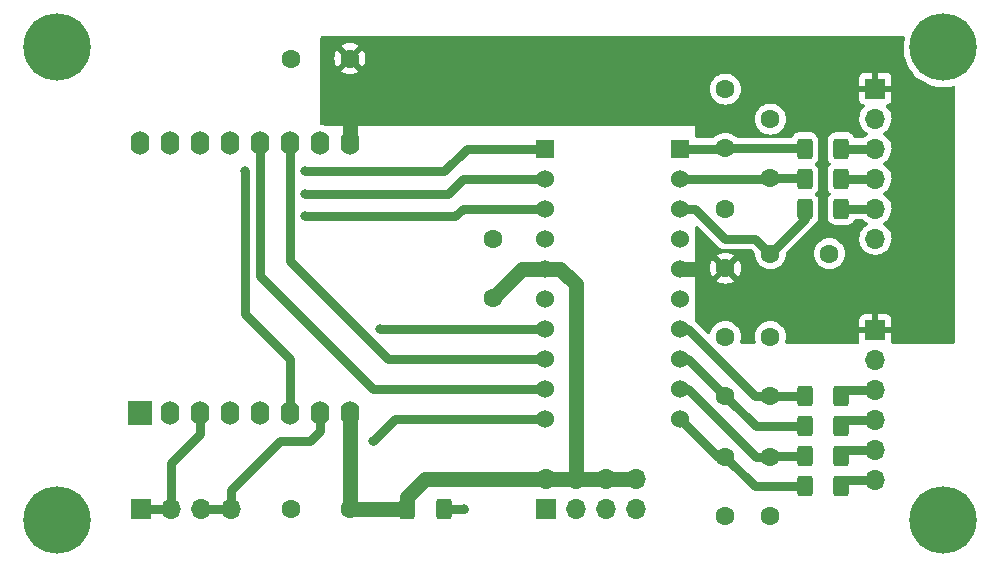
<source format=gtl>
G04 #@! TF.GenerationSoftware,KiCad,Pcbnew,6.0.11-2627ca5db0~126~ubuntu22.04.1*
G04 #@! TF.CreationDate,2023-04-26T19:26:48+03:00*
G04 #@! TF.ProjectId,layzspa-wifi-remote,6c61797a-7370-4612-9d77-6966692d7265,rev?*
G04 #@! TF.SameCoordinates,Original*
G04 #@! TF.FileFunction,Copper,L1,Top*
G04 #@! TF.FilePolarity,Positive*
%FSLAX46Y46*%
G04 Gerber Fmt 4.6, Leading zero omitted, Abs format (unit mm)*
G04 Created by KiCad (PCBNEW 6.0.11-2627ca5db0~126~ubuntu22.04.1) date 2023-04-26 19:26:48*
%MOMM*%
%LPD*%
G01*
G04 APERTURE LIST*
G04 Aperture macros list*
%AMRoundRect*
0 Rectangle with rounded corners*
0 $1 Rounding radius*
0 $2 $3 $4 $5 $6 $7 $8 $9 X,Y pos of 4 corners*
0 Add a 4 corners polygon primitive as box body*
4,1,4,$2,$3,$4,$5,$6,$7,$8,$9,$2,$3,0*
0 Add four circle primitives for the rounded corners*
1,1,$1+$1,$2,$3*
1,1,$1+$1,$4,$5*
1,1,$1+$1,$6,$7*
1,1,$1+$1,$8,$9*
0 Add four rect primitives between the rounded corners*
20,1,$1+$1,$2,$3,$4,$5,0*
20,1,$1+$1,$4,$5,$6,$7,0*
20,1,$1+$1,$6,$7,$8,$9,0*
20,1,$1+$1,$8,$9,$2,$3,0*%
G04 Aperture macros list end*
G04 #@! TA.AperFunction,ComponentPad*
%ADD10R,1.700000X1.700000*%
G04 #@! TD*
G04 #@! TA.AperFunction,ComponentPad*
%ADD11O,1.700000X1.700000*%
G04 #@! TD*
G04 #@! TA.AperFunction,ComponentPad*
%ADD12R,2.000000X2.000000*%
G04 #@! TD*
G04 #@! TA.AperFunction,ComponentPad*
%ADD13O,1.600000X2.000000*%
G04 #@! TD*
G04 #@! TA.AperFunction,SMDPad,CuDef*
%ADD14RoundRect,0.250000X-0.400000X-0.625000X0.400000X-0.625000X0.400000X0.625000X-0.400000X0.625000X0*%
G04 #@! TD*
G04 #@! TA.AperFunction,ComponentPad*
%ADD15C,1.600000*%
G04 #@! TD*
G04 #@! TA.AperFunction,SMDPad,CuDef*
%ADD16RoundRect,0.250000X0.400000X0.625000X-0.400000X0.625000X-0.400000X-0.625000X0.400000X-0.625000X0*%
G04 #@! TD*
G04 #@! TA.AperFunction,ComponentPad*
%ADD17C,3.600000*%
G04 #@! TD*
G04 #@! TA.AperFunction,ConnectorPad*
%ADD18C,5.700000*%
G04 #@! TD*
G04 #@! TA.AperFunction,ComponentPad*
%ADD19C,1.524000*%
G04 #@! TD*
G04 #@! TA.AperFunction,ComponentPad*
%ADD20R,1.524000X1.524000*%
G04 #@! TD*
G04 #@! TA.AperFunction,ViaPad*
%ADD21C,0.800000*%
G04 #@! TD*
G04 #@! TA.AperFunction,Conductor*
%ADD22C,0.750000*%
G04 #@! TD*
G04 #@! TA.AperFunction,Conductor*
%ADD23C,1.250000*%
G04 #@! TD*
G04 APERTURE END LIST*
D10*
X107950000Y-54760000D03*
D11*
X107950000Y-57300000D03*
X107950000Y-59840000D03*
X107950000Y-62380000D03*
X107950000Y-64920000D03*
X107950000Y-67460000D03*
D12*
X45720000Y-61745000D03*
D13*
X48260000Y-61745000D03*
X50800000Y-61745000D03*
X53340000Y-61745000D03*
X55880000Y-61745000D03*
X58420000Y-61745000D03*
X60960000Y-61745000D03*
X63500000Y-61745000D03*
X63500000Y-38885000D03*
X60960000Y-38885000D03*
X58420000Y-38885000D03*
X55880000Y-38885000D03*
X53340000Y-38885000D03*
X50800000Y-38885000D03*
X48260000Y-38885000D03*
X45720000Y-38885000D03*
D14*
X68300000Y-69850000D03*
X71400000Y-69850000D03*
D15*
X99060000Y-48260000D03*
X104060000Y-48260000D03*
D16*
X105055000Y-44450000D03*
X101955000Y-44450000D03*
D15*
X95250000Y-39330000D03*
X95250000Y-34330000D03*
X63460000Y-31750000D03*
X58460000Y-31750000D03*
D17*
X113700000Y-70800000D03*
D18*
X113700000Y-70800000D03*
D19*
X80010000Y-52070000D03*
X91440000Y-52070000D03*
X91440000Y-49530000D03*
D20*
X91440000Y-39370000D03*
D19*
X91440000Y-41910000D03*
X91440000Y-44450000D03*
X91440000Y-46990000D03*
X91440000Y-54610000D03*
X91440000Y-57150000D03*
X91440000Y-59690000D03*
X91440000Y-62230000D03*
X80010000Y-49530000D03*
D20*
X80010000Y-39370000D03*
D19*
X80010000Y-41910000D03*
X80010000Y-44450000D03*
X80010000Y-46990000D03*
X80010000Y-54610000D03*
X80010000Y-57150000D03*
X80010000Y-59690000D03*
X80010000Y-62230000D03*
D16*
X105055000Y-65405000D03*
X101955000Y-65405000D03*
D15*
X95250000Y-65445000D03*
X95250000Y-70445000D03*
X99060000Y-65445000D03*
X99060000Y-70445000D03*
X99060000Y-60285000D03*
X99060000Y-55285000D03*
D18*
X38700000Y-30800000D03*
D17*
X38700000Y-30800000D03*
D18*
X113700000Y-30800000D03*
D17*
X113700000Y-30800000D03*
D16*
X105055000Y-60325000D03*
X101955000Y-60325000D03*
D10*
X107950000Y-34290000D03*
D11*
X107950000Y-36830000D03*
X107950000Y-39370000D03*
X107950000Y-41910000D03*
X107950000Y-44450000D03*
X107950000Y-46990000D03*
D16*
X105055000Y-67945000D03*
X101955000Y-67945000D03*
D15*
X75565000Y-52030000D03*
X75565000Y-47030000D03*
X63460000Y-69850000D03*
X58460000Y-69850000D03*
D16*
X105055000Y-62865000D03*
X101955000Y-62865000D03*
D10*
X45730000Y-69850000D03*
D11*
X48270000Y-69850000D03*
X50810000Y-69850000D03*
X53350000Y-69850000D03*
D10*
X80020000Y-69855000D03*
D11*
X80020000Y-67315000D03*
X82560000Y-69855000D03*
X82560000Y-67315000D03*
X85100000Y-69855000D03*
X85100000Y-67315000D03*
X87640000Y-69855000D03*
X87640000Y-67315000D03*
D16*
X105055000Y-39370000D03*
X101955000Y-39370000D03*
X105055000Y-41910000D03*
X101955000Y-41910000D03*
D15*
X95250000Y-49490000D03*
X95250000Y-44490000D03*
X99060000Y-41870000D03*
X99060000Y-36870000D03*
X95250000Y-60285000D03*
X95250000Y-55285000D03*
D17*
X38700000Y-70800000D03*
D18*
X38700000Y-70800000D03*
D21*
X59690000Y-41275000D03*
X54610000Y-41275000D03*
X73152000Y-69850000D03*
X66040000Y-54610000D03*
X65405000Y-64135000D03*
X59690000Y-43180000D03*
X59690000Y-45085000D03*
D22*
X101955000Y-44450000D02*
X101955000Y-45365000D01*
X101955000Y-45365000D02*
X99060000Y-48260000D01*
X91440000Y-44450000D02*
X92670228Y-44450000D01*
X92670228Y-44450000D02*
X95210228Y-46990000D01*
X95210228Y-46990000D02*
X97790000Y-46990000D01*
X97790000Y-46990000D02*
X99060000Y-48260000D01*
X53350000Y-69850000D02*
X53350000Y-68316000D01*
X57531000Y-64135000D02*
X60071000Y-64135000D01*
X53350000Y-68316000D02*
X57531000Y-64135000D01*
X60071000Y-64135000D02*
X60960000Y-63246000D01*
X60960000Y-63246000D02*
X60960000Y-61745000D01*
X59690000Y-45085000D02*
X72390000Y-45085000D01*
X72390000Y-45085000D02*
X73025000Y-44450000D01*
X73025000Y-44450000D02*
X80010000Y-44450000D01*
X59690000Y-41275000D02*
X71437500Y-41275000D01*
X71437500Y-41275000D02*
X73342500Y-39370000D01*
X73342500Y-39370000D02*
X80010000Y-39370000D01*
X59690000Y-43180000D02*
X71755000Y-43180000D01*
X71755000Y-43180000D02*
X73025000Y-41910000D01*
X73025000Y-41910000D02*
X80010000Y-41910000D01*
X58420000Y-57150000D02*
X54610000Y-53340000D01*
X54610000Y-53340000D02*
X54610000Y-41275000D01*
D23*
X63500000Y-38885000D02*
X63500000Y-36830000D01*
X91440000Y-49530000D02*
X92710000Y-49530000D01*
D22*
X71400000Y-69850000D02*
X73152000Y-69850000D01*
D23*
X68300000Y-68860000D02*
X68300000Y-69850000D01*
X63460000Y-69850000D02*
X68300000Y-69850000D01*
X69850000Y-67310000D02*
X68300000Y-68860000D01*
X78065000Y-49530000D02*
X75565000Y-52030000D01*
X63500000Y-61745000D02*
X63500000Y-69810000D01*
X80010000Y-49530000D02*
X81280000Y-49530000D01*
X80010000Y-49530000D02*
X78065000Y-49530000D01*
X82560000Y-50810000D02*
X82560000Y-67315000D01*
X80015000Y-67310000D02*
X69850000Y-67310000D01*
X81280000Y-49530000D02*
X82560000Y-50810000D01*
X85100000Y-67315000D02*
X87640000Y-67315000D01*
X82560000Y-67315000D02*
X85100000Y-67315000D01*
X80020000Y-67315000D02*
X82560000Y-67315000D01*
X80020000Y-67315000D02*
X80015000Y-67310000D01*
D22*
X105055000Y-39370000D02*
X107950000Y-39370000D01*
X105055000Y-41910000D02*
X107950000Y-41910000D01*
X105055000Y-44450000D02*
X107950000Y-44450000D01*
X105540000Y-59840000D02*
X105055000Y-60325000D01*
X107950000Y-59840000D02*
X105540000Y-59840000D01*
X105540000Y-62380000D02*
X105055000Y-62865000D01*
X107950000Y-62380000D02*
X105540000Y-62380000D01*
X105540000Y-64920000D02*
X105055000Y-65405000D01*
X107950000Y-64920000D02*
X105540000Y-64920000D01*
X107950000Y-67460000D02*
X105540000Y-67460000D01*
X105540000Y-67460000D02*
X105055000Y-67945000D01*
X50800000Y-63500000D02*
X50800000Y-61745000D01*
X48270000Y-66030000D02*
X50800000Y-63500000D01*
X45730000Y-69850000D02*
X48270000Y-69850000D01*
X48270000Y-69850000D02*
X48270000Y-66030000D01*
X50810000Y-69850000D02*
X53350000Y-69850000D01*
X66040000Y-54610000D02*
X80010000Y-54610000D01*
X65405000Y-64135000D02*
X67310000Y-62230000D01*
X67310000Y-62230000D02*
X80010000Y-62230000D01*
X58420000Y-57150000D02*
X58420000Y-61745000D01*
X58420000Y-48895000D02*
X58420000Y-38885000D01*
X66675000Y-57150000D02*
X58420000Y-48895000D01*
X66675000Y-57150000D02*
X80010000Y-57150000D01*
X65405000Y-59690000D02*
X80010000Y-59690000D01*
X55880000Y-50165000D02*
X55880000Y-38885000D01*
X65405000Y-59690000D02*
X55880000Y-50165000D01*
X91440000Y-39370000D02*
X95210000Y-39370000D01*
X95210000Y-39370000D02*
X95250000Y-39330000D01*
X101915000Y-39330000D02*
X101955000Y-39370000D01*
X95250000Y-39330000D02*
X101915000Y-39330000D01*
X101915000Y-41870000D02*
X101955000Y-41910000D01*
X99020000Y-41910000D02*
X99060000Y-41870000D01*
X91440000Y-41910000D02*
X99020000Y-41910000D01*
X99060000Y-41870000D02*
X101915000Y-41870000D01*
X101955000Y-60325000D02*
X99100000Y-60325000D01*
X97750000Y-60285000D02*
X92075000Y-54610000D01*
X99060000Y-60285000D02*
X97750000Y-60285000D01*
X99100000Y-60325000D02*
X99060000Y-60285000D01*
X101955000Y-62865000D02*
X97830000Y-62865000D01*
X95250000Y-60285000D02*
X92115000Y-57150000D01*
X92115000Y-57150000D02*
X91440000Y-57150000D01*
X97830000Y-62865000D02*
X95250000Y-60285000D01*
X97830000Y-65445000D02*
X92075000Y-59690000D01*
X99060000Y-65445000D02*
X97830000Y-65445000D01*
X101955000Y-65405000D02*
X99100000Y-65405000D01*
X92075000Y-59690000D02*
X91440000Y-59690000D01*
X99100000Y-65405000D02*
X99060000Y-65445000D01*
X94655000Y-65445000D02*
X91440000Y-62230000D01*
X101955000Y-67945000D02*
X97750000Y-67945000D01*
X95250000Y-65445000D02*
X94655000Y-65445000D01*
X97750000Y-67945000D02*
X95250000Y-65445000D01*
G04 #@! TA.AperFunction,Conductor*
G36*
X110381592Y-29865002D02*
G01*
X110428085Y-29918658D01*
X110438189Y-29988932D01*
X110434770Y-30005096D01*
X110417569Y-30066290D01*
X110357528Y-30425082D01*
X110336587Y-30788259D01*
X110354992Y-31151574D01*
X110412527Y-31510777D01*
X110508519Y-31861664D01*
X110641845Y-32200133D01*
X110643428Y-32203148D01*
X110809362Y-32519206D01*
X110809367Y-32519214D01*
X110810946Y-32522222D01*
X110812840Y-32525040D01*
X110812845Y-32525049D01*
X111005419Y-32811628D01*
X111013843Y-32824165D01*
X111248163Y-33102428D01*
X111339960Y-33190151D01*
X111508702Y-33351405D01*
X111508709Y-33351411D01*
X111511165Y-33353758D01*
X111799771Y-33575214D01*
X111802689Y-33576988D01*
X112107692Y-33762433D01*
X112107697Y-33762436D01*
X112110607Y-33764205D01*
X112113695Y-33765651D01*
X112113694Y-33765651D01*
X112436952Y-33917077D01*
X112436962Y-33917081D01*
X112440036Y-33918521D01*
X112443254Y-33919623D01*
X112443257Y-33919624D01*
X112780981Y-34035253D01*
X112780989Y-34035255D01*
X112784204Y-34036356D01*
X113139084Y-34116332D01*
X113192123Y-34122375D01*
X113497144Y-34157128D01*
X113497152Y-34157128D01*
X113500527Y-34157513D01*
X113503931Y-34157531D01*
X113503934Y-34157531D01*
X113702058Y-34158568D01*
X113864303Y-34159418D01*
X113867689Y-34159068D01*
X113867691Y-34159068D01*
X114222765Y-34122375D01*
X114222774Y-34122374D01*
X114226157Y-34122024D01*
X114229490Y-34121310D01*
X114229493Y-34121309D01*
X114528588Y-34057188D01*
X114599388Y-34062467D01*
X114656095Y-34105184D01*
X114680705Y-34171779D01*
X114681000Y-34180389D01*
X114681000Y-55754000D01*
X114660998Y-55822121D01*
X114607342Y-55868614D01*
X114555000Y-55880000D01*
X109421716Y-55880000D01*
X109353595Y-55859998D01*
X109307102Y-55806342D01*
X109296998Y-55736068D01*
X109299133Y-55724856D01*
X109302105Y-55712356D01*
X109307631Y-55661486D01*
X109308000Y-55654672D01*
X109308000Y-55032115D01*
X109303525Y-55016876D01*
X109302135Y-55015671D01*
X109294452Y-55014000D01*
X106610116Y-55014000D01*
X106594877Y-55018475D01*
X106593672Y-55019865D01*
X106592001Y-55027548D01*
X106592001Y-55654669D01*
X106592371Y-55661490D01*
X106597894Y-55712347D01*
X106600868Y-55724854D01*
X106597166Y-55795754D01*
X106555720Y-55853398D01*
X106489689Y-55879483D01*
X106478285Y-55880000D01*
X100419435Y-55880000D01*
X100351314Y-55859998D01*
X100304821Y-55806342D01*
X100294717Y-55736068D01*
X100297726Y-55721396D01*
X100353543Y-55513087D01*
X100373498Y-55285000D01*
X100353543Y-55056913D01*
X100351307Y-55048568D01*
X100295707Y-54841067D01*
X100295706Y-54841065D01*
X100294284Y-54835757D01*
X100291961Y-54830775D01*
X100199849Y-54633238D01*
X100199846Y-54633233D01*
X100197523Y-54628251D01*
X100102435Y-54492452D01*
X100099237Y-54487885D01*
X106592000Y-54487885D01*
X106596475Y-54503124D01*
X106597865Y-54504329D01*
X106605548Y-54506000D01*
X107677885Y-54506000D01*
X107693124Y-54501525D01*
X107694329Y-54500135D01*
X107696000Y-54492452D01*
X107696000Y-54487885D01*
X108204000Y-54487885D01*
X108208475Y-54503124D01*
X108209865Y-54504329D01*
X108217548Y-54506000D01*
X109289884Y-54506000D01*
X109305123Y-54501525D01*
X109306328Y-54500135D01*
X109307999Y-54492452D01*
X109307999Y-53865331D01*
X109307629Y-53858510D01*
X109302105Y-53807648D01*
X109298479Y-53792396D01*
X109253324Y-53671946D01*
X109244786Y-53656351D01*
X109168285Y-53554276D01*
X109155724Y-53541715D01*
X109053649Y-53465214D01*
X109038054Y-53456676D01*
X108917606Y-53411522D01*
X108902351Y-53407895D01*
X108851486Y-53402369D01*
X108844672Y-53402000D01*
X108222115Y-53402000D01*
X108206876Y-53406475D01*
X108205671Y-53407865D01*
X108204000Y-53415548D01*
X108204000Y-54487885D01*
X107696000Y-54487885D01*
X107696000Y-53420116D01*
X107691525Y-53404877D01*
X107690135Y-53403672D01*
X107682452Y-53402001D01*
X107055331Y-53402001D01*
X107048510Y-53402371D01*
X106997648Y-53407895D01*
X106982396Y-53411521D01*
X106861946Y-53456676D01*
X106846351Y-53465214D01*
X106744276Y-53541715D01*
X106731715Y-53554276D01*
X106655214Y-53656351D01*
X106646676Y-53671946D01*
X106601522Y-53792394D01*
X106597895Y-53807649D01*
X106592369Y-53858514D01*
X106592000Y-53865328D01*
X106592000Y-54487885D01*
X100099237Y-54487885D01*
X100069357Y-54445211D01*
X100069355Y-54445208D01*
X100066198Y-54440700D01*
X99904300Y-54278802D01*
X99899792Y-54275645D01*
X99899789Y-54275643D01*
X99821611Y-54220902D01*
X99716749Y-54147477D01*
X99711767Y-54145154D01*
X99711762Y-54145151D01*
X99514225Y-54053039D01*
X99514224Y-54053039D01*
X99509243Y-54050716D01*
X99503935Y-54049294D01*
X99503933Y-54049293D01*
X99293402Y-53992881D01*
X99293400Y-53992881D01*
X99288087Y-53991457D01*
X99060000Y-53971502D01*
X98831913Y-53991457D01*
X98826600Y-53992881D01*
X98826598Y-53992881D01*
X98616067Y-54049293D01*
X98616065Y-54049294D01*
X98610757Y-54050716D01*
X98605776Y-54053039D01*
X98605775Y-54053039D01*
X98408238Y-54145151D01*
X98408233Y-54145154D01*
X98403251Y-54147477D01*
X98298389Y-54220902D01*
X98220211Y-54275643D01*
X98220208Y-54275645D01*
X98215700Y-54278802D01*
X98053802Y-54440700D01*
X98050645Y-54445208D01*
X98050643Y-54445211D01*
X98017565Y-54492452D01*
X97922477Y-54628251D01*
X97920154Y-54633233D01*
X97920151Y-54633238D01*
X97828039Y-54830775D01*
X97825716Y-54835757D01*
X97824294Y-54841065D01*
X97824293Y-54841067D01*
X97768693Y-55048568D01*
X97766457Y-55056913D01*
X97746502Y-55285000D01*
X97766457Y-55513087D01*
X97822272Y-55721390D01*
X97820582Y-55792365D01*
X97780788Y-55851161D01*
X97715524Y-55879109D01*
X97700565Y-55880000D01*
X96609435Y-55880000D01*
X96541314Y-55859998D01*
X96494821Y-55806342D01*
X96484717Y-55736068D01*
X96487726Y-55721396D01*
X96543543Y-55513087D01*
X96563498Y-55285000D01*
X96543543Y-55056913D01*
X96541307Y-55048568D01*
X96485707Y-54841067D01*
X96485706Y-54841065D01*
X96484284Y-54835757D01*
X96481961Y-54830775D01*
X96389849Y-54633238D01*
X96389846Y-54633233D01*
X96387523Y-54628251D01*
X96292435Y-54492452D01*
X96259357Y-54445211D01*
X96259355Y-54445208D01*
X96256198Y-54440700D01*
X96094300Y-54278802D01*
X96089792Y-54275645D01*
X96089789Y-54275643D01*
X96011611Y-54220902D01*
X95906749Y-54147477D01*
X95901767Y-54145154D01*
X95901762Y-54145151D01*
X95704225Y-54053039D01*
X95704224Y-54053039D01*
X95699243Y-54050716D01*
X95693935Y-54049294D01*
X95693933Y-54049293D01*
X95483402Y-53992881D01*
X95483400Y-53992881D01*
X95478087Y-53991457D01*
X95250000Y-53971502D01*
X95021913Y-53991457D01*
X95016600Y-53992881D01*
X95016598Y-53992881D01*
X94806067Y-54049293D01*
X94806065Y-54049294D01*
X94800757Y-54050716D01*
X94795776Y-54053039D01*
X94795775Y-54053039D01*
X94598238Y-54145151D01*
X94598233Y-54145154D01*
X94593251Y-54147477D01*
X94488389Y-54220902D01*
X94410211Y-54275643D01*
X94410208Y-54275645D01*
X94405700Y-54278802D01*
X94243802Y-54440700D01*
X94240645Y-54445208D01*
X94240643Y-54445211D01*
X94207565Y-54492452D01*
X94112477Y-54628251D01*
X94110154Y-54633233D01*
X94110151Y-54633238D01*
X94018039Y-54830775D01*
X94015716Y-54835757D01*
X94014294Y-54841065D01*
X94014293Y-54841067D01*
X93973828Y-54992084D01*
X93936876Y-55052707D01*
X93873015Y-55083728D01*
X93802521Y-55075300D01*
X93763026Y-55048568D01*
X92746905Y-54032447D01*
X92712879Y-53970135D01*
X92710000Y-53943352D01*
X92710000Y-52136693D01*
X92710479Y-52125712D01*
X92714874Y-52075475D01*
X92715353Y-52070000D01*
X92710479Y-52014288D01*
X92710000Y-52003307D01*
X92710000Y-50576062D01*
X94528493Y-50576062D01*
X94537789Y-50588077D01*
X94588994Y-50623931D01*
X94598489Y-50629414D01*
X94795947Y-50721490D01*
X94806239Y-50725236D01*
X95016688Y-50781625D01*
X95027481Y-50783528D01*
X95244525Y-50802517D01*
X95255475Y-50802517D01*
X95472519Y-50783528D01*
X95483312Y-50781625D01*
X95693761Y-50725236D01*
X95704053Y-50721490D01*
X95901511Y-50629414D01*
X95911006Y-50623931D01*
X95963048Y-50587491D01*
X95971424Y-50577012D01*
X95964356Y-50563566D01*
X95262812Y-49862022D01*
X95248868Y-49854408D01*
X95247035Y-49854539D01*
X95240420Y-49858790D01*
X94534923Y-50564287D01*
X94528493Y-50576062D01*
X92710000Y-50576062D01*
X92710000Y-49590954D01*
X92710479Y-49579972D01*
X92714372Y-49535475D01*
X92714372Y-49524525D01*
X92711830Y-49495475D01*
X93937483Y-49495475D01*
X93956472Y-49712519D01*
X93958375Y-49723312D01*
X94014764Y-49933761D01*
X94018510Y-49944053D01*
X94110586Y-50141511D01*
X94116069Y-50151006D01*
X94152509Y-50203048D01*
X94162988Y-50211424D01*
X94176434Y-50204356D01*
X94877978Y-49502812D01*
X94884356Y-49491132D01*
X95614408Y-49491132D01*
X95614539Y-49492965D01*
X95618790Y-49499580D01*
X96324287Y-50205077D01*
X96336062Y-50211507D01*
X96348077Y-50202211D01*
X96383931Y-50151006D01*
X96389414Y-50141511D01*
X96481490Y-49944053D01*
X96485236Y-49933761D01*
X96541625Y-49723312D01*
X96543528Y-49712519D01*
X96562517Y-49495475D01*
X96562517Y-49484525D01*
X96543528Y-49267481D01*
X96541625Y-49256688D01*
X96485236Y-49046239D01*
X96481490Y-49035947D01*
X96389414Y-48838489D01*
X96383931Y-48828994D01*
X96347491Y-48776952D01*
X96337012Y-48768576D01*
X96323566Y-48775644D01*
X95622022Y-49477188D01*
X95614408Y-49491132D01*
X94884356Y-49491132D01*
X94885592Y-49488868D01*
X94885461Y-49487035D01*
X94881210Y-49480420D01*
X94175713Y-48774923D01*
X94163938Y-48768493D01*
X94151923Y-48777789D01*
X94116069Y-48828994D01*
X94110586Y-48838489D01*
X94018510Y-49035947D01*
X94014764Y-49046239D01*
X93958375Y-49256688D01*
X93956472Y-49267481D01*
X93937483Y-49484525D01*
X93937483Y-49495475D01*
X92711830Y-49495475D01*
X92710479Y-49480028D01*
X92710000Y-49469046D01*
X92710000Y-48402988D01*
X94528576Y-48402988D01*
X94535644Y-48416434D01*
X95237188Y-49117978D01*
X95251132Y-49125592D01*
X95252965Y-49125461D01*
X95259580Y-49121210D01*
X95965077Y-48415713D01*
X95971507Y-48403938D01*
X95962211Y-48391923D01*
X95911006Y-48356069D01*
X95901511Y-48350586D01*
X95704053Y-48258510D01*
X95693761Y-48254764D01*
X95483312Y-48198375D01*
X95472519Y-48196472D01*
X95255475Y-48177483D01*
X95244525Y-48177483D01*
X95027481Y-48196472D01*
X95016688Y-48198375D01*
X94806239Y-48254764D01*
X94795947Y-48258510D01*
X94598489Y-48350586D01*
X94588994Y-48356069D01*
X94536952Y-48392509D01*
X94528576Y-48402988D01*
X92710000Y-48402988D01*
X92710000Y-47056693D01*
X92710479Y-47045712D01*
X92714874Y-46995475D01*
X92715353Y-46990000D01*
X92710479Y-46934288D01*
X92710000Y-46923307D01*
X92710000Y-46043420D01*
X92730002Y-45975299D01*
X92783658Y-45928806D01*
X92853932Y-45918702D01*
X92918512Y-45948196D01*
X92925095Y-45954325D01*
X94529316Y-47558546D01*
X94542153Y-47573574D01*
X94550043Y-47584434D01*
X94554953Y-47588855D01*
X94554954Y-47588856D01*
X94599412Y-47628886D01*
X94604197Y-47633427D01*
X94618242Y-47647472D01*
X94633686Y-47659979D01*
X94638692Y-47664255D01*
X94683147Y-47704282D01*
X94683151Y-47704285D01*
X94688059Y-47708704D01*
X94699679Y-47715413D01*
X94715965Y-47726607D01*
X94726388Y-47735047D01*
X94785579Y-47765206D01*
X94791363Y-47768347D01*
X94843179Y-47798263D01*
X94843181Y-47798264D01*
X94848897Y-47801564D01*
X94855173Y-47803603D01*
X94855177Y-47803605D01*
X94861649Y-47805708D01*
X94879911Y-47813272D01*
X94885980Y-47816364D01*
X94885984Y-47816366D01*
X94891865Y-47819362D01*
X94898236Y-47821069D01*
X94898241Y-47821071D01*
X94956031Y-47836555D01*
X94962350Y-47838427D01*
X95025526Y-47858954D01*
X95032097Y-47859645D01*
X95032098Y-47859645D01*
X95038863Y-47860356D01*
X95058297Y-47863958D01*
X95064867Y-47865718D01*
X95064874Y-47865719D01*
X95071256Y-47867429D01*
X95077854Y-47867775D01*
X95077855Y-47867775D01*
X95137574Y-47870905D01*
X95144150Y-47871422D01*
X95163922Y-47873500D01*
X95183802Y-47873500D01*
X95190396Y-47873673D01*
X95250129Y-47876804D01*
X95250134Y-47876804D01*
X95256721Y-47877149D01*
X95269968Y-47875051D01*
X95289678Y-47873500D01*
X97371852Y-47873500D01*
X97439973Y-47893502D01*
X97460947Y-47910405D01*
X97710107Y-48159565D01*
X97744133Y-48221877D01*
X97745869Y-48249018D01*
X97746981Y-48249018D01*
X97746981Y-48254525D01*
X97746502Y-48260000D01*
X97766457Y-48488087D01*
X97767881Y-48493400D01*
X97767881Y-48493402D01*
X97799910Y-48612933D01*
X97825716Y-48709243D01*
X97828039Y-48714224D01*
X97828039Y-48714225D01*
X97920151Y-48911762D01*
X97920154Y-48911767D01*
X97922477Y-48916749D01*
X98053802Y-49104300D01*
X98215700Y-49266198D01*
X98220208Y-49269355D01*
X98220211Y-49269357D01*
X98298389Y-49324098D01*
X98403251Y-49397523D01*
X98408233Y-49399846D01*
X98408238Y-49399849D01*
X98595106Y-49486986D01*
X98610757Y-49494284D01*
X98616065Y-49495706D01*
X98616067Y-49495707D01*
X98826598Y-49552119D01*
X98826600Y-49552119D01*
X98831913Y-49553543D01*
X99060000Y-49573498D01*
X99288087Y-49553543D01*
X99293400Y-49552119D01*
X99293402Y-49552119D01*
X99503933Y-49495707D01*
X99503935Y-49495706D01*
X99509243Y-49494284D01*
X99524894Y-49486986D01*
X99711762Y-49399849D01*
X99711767Y-49399846D01*
X99716749Y-49397523D01*
X99821611Y-49324098D01*
X99899789Y-49269357D01*
X99899792Y-49269355D01*
X99904300Y-49266198D01*
X100066198Y-49104300D01*
X100197523Y-48916749D01*
X100199846Y-48911767D01*
X100199849Y-48911762D01*
X100291961Y-48714225D01*
X100291961Y-48714224D01*
X100294284Y-48709243D01*
X100320091Y-48612933D01*
X100352119Y-48493402D01*
X100352119Y-48493400D01*
X100353543Y-48488087D01*
X100373498Y-48260000D01*
X102746502Y-48260000D01*
X102766457Y-48488087D01*
X102767881Y-48493400D01*
X102767881Y-48493402D01*
X102799910Y-48612933D01*
X102825716Y-48709243D01*
X102828039Y-48714224D01*
X102828039Y-48714225D01*
X102920151Y-48911762D01*
X102920154Y-48911767D01*
X102922477Y-48916749D01*
X103053802Y-49104300D01*
X103215700Y-49266198D01*
X103220208Y-49269355D01*
X103220211Y-49269357D01*
X103298389Y-49324098D01*
X103403251Y-49397523D01*
X103408233Y-49399846D01*
X103408238Y-49399849D01*
X103595106Y-49486986D01*
X103610757Y-49494284D01*
X103616065Y-49495706D01*
X103616067Y-49495707D01*
X103826598Y-49552119D01*
X103826600Y-49552119D01*
X103831913Y-49553543D01*
X104060000Y-49573498D01*
X104288087Y-49553543D01*
X104293400Y-49552119D01*
X104293402Y-49552119D01*
X104503933Y-49495707D01*
X104503935Y-49495706D01*
X104509243Y-49494284D01*
X104524894Y-49486986D01*
X104711762Y-49399849D01*
X104711767Y-49399846D01*
X104716749Y-49397523D01*
X104821611Y-49324098D01*
X104899789Y-49269357D01*
X104899792Y-49269355D01*
X104904300Y-49266198D01*
X105066198Y-49104300D01*
X105197523Y-48916749D01*
X105199846Y-48911767D01*
X105199849Y-48911762D01*
X105291961Y-48714225D01*
X105291961Y-48714224D01*
X105294284Y-48709243D01*
X105320091Y-48612933D01*
X105352119Y-48493402D01*
X105352119Y-48493400D01*
X105353543Y-48488087D01*
X105373498Y-48260000D01*
X105353543Y-48031913D01*
X105312071Y-47877137D01*
X105295707Y-47816067D01*
X105295706Y-47816065D01*
X105294284Y-47810757D01*
X105288458Y-47798263D01*
X105199849Y-47608238D01*
X105199846Y-47608233D01*
X105197523Y-47603251D01*
X105116023Y-47486857D01*
X105069357Y-47420211D01*
X105069355Y-47420208D01*
X105066198Y-47415700D01*
X104904300Y-47253802D01*
X104899792Y-47250645D01*
X104899789Y-47250643D01*
X104791112Y-47174547D01*
X104716749Y-47122477D01*
X104711767Y-47120154D01*
X104711762Y-47120151D01*
X104514225Y-47028039D01*
X104514224Y-47028039D01*
X104509243Y-47025716D01*
X104503935Y-47024294D01*
X104503933Y-47024293D01*
X104293402Y-46967881D01*
X104293400Y-46967881D01*
X104288087Y-46966457D01*
X104060000Y-46946502D01*
X103831913Y-46966457D01*
X103826600Y-46967881D01*
X103826598Y-46967881D01*
X103616067Y-47024293D01*
X103616065Y-47024294D01*
X103610757Y-47025716D01*
X103605776Y-47028039D01*
X103605775Y-47028039D01*
X103408238Y-47120151D01*
X103408233Y-47120154D01*
X103403251Y-47122477D01*
X103328888Y-47174547D01*
X103220211Y-47250643D01*
X103220208Y-47250645D01*
X103215700Y-47253802D01*
X103053802Y-47415700D01*
X103050645Y-47420208D01*
X103050643Y-47420211D01*
X103003977Y-47486857D01*
X102922477Y-47603251D01*
X102920154Y-47608233D01*
X102920151Y-47608238D01*
X102831542Y-47798263D01*
X102825716Y-47810757D01*
X102824294Y-47816065D01*
X102824293Y-47816067D01*
X102807929Y-47877137D01*
X102766457Y-48031913D01*
X102746502Y-48260000D01*
X100373498Y-48260000D01*
X100373019Y-48254525D01*
X100373019Y-48249018D01*
X100375580Y-48249018D01*
X100387508Y-48189938D01*
X100409893Y-48159565D01*
X102523546Y-46045912D01*
X102538574Y-46033075D01*
X102549434Y-46025185D01*
X102593886Y-45975816D01*
X102598427Y-45971031D01*
X102612472Y-45956986D01*
X102619590Y-45948196D01*
X102624969Y-45941554D01*
X102629253Y-45936538D01*
X102669283Y-45892080D01*
X102669287Y-45892075D01*
X102673704Y-45887169D01*
X102680411Y-45875552D01*
X102691609Y-45859259D01*
X102700047Y-45848839D01*
X102730213Y-45789637D01*
X102733345Y-45783868D01*
X102738710Y-45774577D01*
X102763287Y-45732007D01*
X102806101Y-45687864D01*
X102829348Y-45673478D01*
X102954305Y-45548303D01*
X103047115Y-45397738D01*
X103102797Y-45229861D01*
X103113500Y-45125400D01*
X103896500Y-45125400D01*
X103896837Y-45128646D01*
X103896837Y-45128650D01*
X103899704Y-45156277D01*
X103907474Y-45231166D01*
X103909655Y-45237702D01*
X103909655Y-45237704D01*
X103940377Y-45329789D01*
X103963450Y-45398946D01*
X104056522Y-45549348D01*
X104181697Y-45674305D01*
X104187927Y-45678145D01*
X104187928Y-45678146D01*
X104325090Y-45762694D01*
X104332262Y-45767115D01*
X104375222Y-45781364D01*
X104493611Y-45820632D01*
X104493613Y-45820632D01*
X104500139Y-45822797D01*
X104506975Y-45823497D01*
X104506978Y-45823498D01*
X104550031Y-45827909D01*
X104604600Y-45833500D01*
X105505400Y-45833500D01*
X105508646Y-45833163D01*
X105508650Y-45833163D01*
X105604308Y-45823238D01*
X105604312Y-45823237D01*
X105611166Y-45822526D01*
X105617702Y-45820345D01*
X105617704Y-45820345D01*
X105754886Y-45774577D01*
X105778946Y-45766550D01*
X105929348Y-45673478D01*
X106054305Y-45548303D01*
X106147115Y-45397738D01*
X106148795Y-45398774D01*
X106189121Y-45352969D01*
X106256405Y-45333500D01*
X106860357Y-45333500D01*
X106928478Y-45353502D01*
X106955589Y-45376998D01*
X106996250Y-45423938D01*
X107168126Y-45566632D01*
X107238595Y-45607811D01*
X107241445Y-45609476D01*
X107290169Y-45661114D01*
X107303240Y-45730897D01*
X107276509Y-45796669D01*
X107236055Y-45830027D01*
X107223607Y-45836507D01*
X107219474Y-45839610D01*
X107219471Y-45839612D01*
X107049100Y-45967530D01*
X107044965Y-45970635D01*
X107041393Y-45974373D01*
X106902568Y-46119645D01*
X106890629Y-46132138D01*
X106887715Y-46136410D01*
X106887714Y-46136411D01*
X106802556Y-46261249D01*
X106764743Y-46316680D01*
X106670688Y-46519305D01*
X106610989Y-46734570D01*
X106587251Y-46956695D01*
X106587548Y-46961848D01*
X106587548Y-46961851D01*
X106593011Y-47056590D01*
X106600110Y-47179715D01*
X106601247Y-47184761D01*
X106601248Y-47184767D01*
X106616806Y-47253802D01*
X106649222Y-47397639D01*
X106687461Y-47491811D01*
X106726867Y-47588856D01*
X106733266Y-47604616D01*
X106849987Y-47795088D01*
X106996250Y-47963938D01*
X107168126Y-48106632D01*
X107361000Y-48219338D01*
X107569692Y-48299030D01*
X107574760Y-48300061D01*
X107574763Y-48300062D01*
X107682017Y-48321883D01*
X107788597Y-48343567D01*
X107793772Y-48343757D01*
X107793774Y-48343757D01*
X108006673Y-48351564D01*
X108006677Y-48351564D01*
X108011837Y-48351753D01*
X108016957Y-48351097D01*
X108016959Y-48351097D01*
X108228288Y-48324025D01*
X108228289Y-48324025D01*
X108233416Y-48323368D01*
X108238366Y-48321883D01*
X108442429Y-48260661D01*
X108442434Y-48260659D01*
X108447384Y-48259174D01*
X108647994Y-48160896D01*
X108829860Y-48031173D01*
X108988096Y-47873489D01*
X108998541Y-47858954D01*
X109115435Y-47696277D01*
X109118453Y-47692077D01*
X109121087Y-47686749D01*
X109215136Y-47496453D01*
X109215137Y-47496451D01*
X109217430Y-47491811D01*
X109282370Y-47278069D01*
X109311529Y-47056590D01*
X109312227Y-47028039D01*
X109313074Y-46993365D01*
X109313074Y-46993361D01*
X109313156Y-46990000D01*
X109294852Y-46767361D01*
X109240431Y-46550702D01*
X109151354Y-46345840D01*
X109045193Y-46181740D01*
X109032822Y-46162617D01*
X109032820Y-46162614D01*
X109030014Y-46158277D01*
X108879670Y-45993051D01*
X108875619Y-45989852D01*
X108875615Y-45989848D01*
X108708414Y-45857800D01*
X108708410Y-45857798D01*
X108704359Y-45854598D01*
X108663053Y-45831796D01*
X108613084Y-45781364D01*
X108598312Y-45711921D01*
X108623428Y-45645516D01*
X108650780Y-45618909D01*
X108694603Y-45587650D01*
X108829860Y-45491173D01*
X108988096Y-45333489D01*
X109118453Y-45152077D01*
X109121087Y-45146749D01*
X109215136Y-44956453D01*
X109215137Y-44956451D01*
X109217430Y-44951811D01*
X109282370Y-44738069D01*
X109311529Y-44516590D01*
X109312179Y-44490000D01*
X109313074Y-44453365D01*
X109313074Y-44453361D01*
X109313156Y-44450000D01*
X109294852Y-44227361D01*
X109240431Y-44010702D01*
X109151354Y-43805840D01*
X109084149Y-43701957D01*
X109032822Y-43622617D01*
X109032820Y-43622614D01*
X109030014Y-43618277D01*
X108879670Y-43453051D01*
X108875619Y-43449852D01*
X108875615Y-43449848D01*
X108708414Y-43317800D01*
X108708410Y-43317798D01*
X108704359Y-43314598D01*
X108663053Y-43291796D01*
X108613084Y-43241364D01*
X108598312Y-43171921D01*
X108623428Y-43105516D01*
X108650780Y-43078909D01*
X108694603Y-43047650D01*
X108829860Y-42951173D01*
X108988096Y-42793489D01*
X109118453Y-42612077D01*
X109130032Y-42588650D01*
X109215136Y-42416453D01*
X109215137Y-42416451D01*
X109217430Y-42411811D01*
X109282370Y-42198069D01*
X109311529Y-41976590D01*
X109313156Y-41910000D01*
X109294852Y-41687361D01*
X109240431Y-41470702D01*
X109151354Y-41265840D01*
X109097206Y-41182140D01*
X109032822Y-41082617D01*
X109032820Y-41082614D01*
X109030014Y-41078277D01*
X108879670Y-40913051D01*
X108875619Y-40909852D01*
X108875615Y-40909848D01*
X108708414Y-40777800D01*
X108708410Y-40777798D01*
X108704359Y-40774598D01*
X108663053Y-40751796D01*
X108613084Y-40701364D01*
X108598312Y-40631921D01*
X108623428Y-40565516D01*
X108650780Y-40538909D01*
X108711972Y-40495261D01*
X108829860Y-40411173D01*
X108988096Y-40253489D01*
X109118453Y-40072077D01*
X109130032Y-40048650D01*
X109215136Y-39876453D01*
X109215137Y-39876451D01*
X109217430Y-39871811D01*
X109282370Y-39658069D01*
X109311529Y-39436590D01*
X109313156Y-39370000D01*
X109294852Y-39147361D01*
X109240431Y-38930702D01*
X109151354Y-38725840D01*
X109086087Y-38624953D01*
X109032822Y-38542617D01*
X109032820Y-38542614D01*
X109030014Y-38538277D01*
X108879670Y-38373051D01*
X108875619Y-38369852D01*
X108875615Y-38369848D01*
X108708414Y-38237800D01*
X108708410Y-38237798D01*
X108704359Y-38234598D01*
X108663053Y-38211796D01*
X108613084Y-38161364D01*
X108598312Y-38091921D01*
X108623428Y-38025516D01*
X108650780Y-37998909D01*
X108694603Y-37967650D01*
X108829860Y-37871173D01*
X108988096Y-37713489D01*
X109047594Y-37630689D01*
X109115435Y-37536277D01*
X109118453Y-37532077D01*
X109121087Y-37526749D01*
X109215136Y-37336453D01*
X109215137Y-37336451D01*
X109217430Y-37331811D01*
X109282370Y-37118069D01*
X109311529Y-36896590D01*
X109312179Y-36870000D01*
X109313074Y-36833365D01*
X109313074Y-36833361D01*
X109313156Y-36830000D01*
X109294852Y-36607361D01*
X109240431Y-36390702D01*
X109151354Y-36185840D01*
X109030014Y-35998277D01*
X109026540Y-35994459D01*
X109026533Y-35994450D01*
X108882435Y-35836088D01*
X108851383Y-35772242D01*
X108859779Y-35701744D01*
X108904956Y-35646976D01*
X108931400Y-35633307D01*
X109038052Y-35593325D01*
X109053649Y-35584786D01*
X109155724Y-35508285D01*
X109168285Y-35495724D01*
X109244786Y-35393649D01*
X109253324Y-35378054D01*
X109298478Y-35257606D01*
X109302105Y-35242351D01*
X109307631Y-35191486D01*
X109308000Y-35184672D01*
X109308000Y-34562115D01*
X109303525Y-34546876D01*
X109302135Y-34545671D01*
X109294452Y-34544000D01*
X106610116Y-34544000D01*
X106594877Y-34548475D01*
X106593672Y-34549865D01*
X106592001Y-34557548D01*
X106592001Y-35184669D01*
X106592371Y-35191490D01*
X106597895Y-35242352D01*
X106601521Y-35257604D01*
X106646676Y-35378054D01*
X106655214Y-35393649D01*
X106731715Y-35495724D01*
X106744276Y-35508285D01*
X106846351Y-35584786D01*
X106861946Y-35593324D01*
X106970827Y-35634142D01*
X107027591Y-35676784D01*
X107052291Y-35743345D01*
X107037083Y-35812694D01*
X107017691Y-35839175D01*
X106997176Y-35860643D01*
X106890629Y-35972138D01*
X106764743Y-36156680D01*
X106670688Y-36359305D01*
X106610989Y-36574570D01*
X106587251Y-36796695D01*
X106587548Y-36801848D01*
X106587548Y-36801851D01*
X106593011Y-36896590D01*
X106600110Y-37019715D01*
X106601247Y-37024761D01*
X106601248Y-37024767D01*
X106616537Y-37092607D01*
X106649222Y-37237639D01*
X106733266Y-37444616D01*
X106849987Y-37635088D01*
X106996250Y-37803938D01*
X107168126Y-37946632D01*
X107236929Y-37986837D01*
X107241445Y-37989476D01*
X107290169Y-38041114D01*
X107303240Y-38110897D01*
X107276509Y-38176669D01*
X107236055Y-38210027D01*
X107223607Y-38216507D01*
X107219474Y-38219610D01*
X107219471Y-38219612D01*
X107049100Y-38347530D01*
X107044965Y-38350635D01*
X106972469Y-38426498D01*
X106952350Y-38447551D01*
X106890826Y-38482981D01*
X106861256Y-38486500D01*
X106256387Y-38486500D01*
X106188266Y-38466498D01*
X106147816Y-38420270D01*
X106146550Y-38421054D01*
X106086368Y-38323802D01*
X106053478Y-38270652D01*
X105928303Y-38145695D01*
X105897387Y-38126638D01*
X105783968Y-38056725D01*
X105783966Y-38056724D01*
X105777738Y-38052885D01*
X105631457Y-38004366D01*
X105616389Y-37999368D01*
X105616387Y-37999368D01*
X105609861Y-37997203D01*
X105603025Y-37996503D01*
X105603022Y-37996502D01*
X105559969Y-37992091D01*
X105505400Y-37986500D01*
X104604600Y-37986500D01*
X104601354Y-37986837D01*
X104601350Y-37986837D01*
X104505692Y-37996762D01*
X104505688Y-37996763D01*
X104498834Y-37997474D01*
X104492298Y-37999655D01*
X104492296Y-37999655D01*
X104414782Y-38025516D01*
X104331054Y-38053450D01*
X104180652Y-38146522D01*
X104175479Y-38151704D01*
X104144219Y-38183019D01*
X104055695Y-38271697D01*
X104051855Y-38277927D01*
X104051854Y-38277928D01*
X103968692Y-38412842D01*
X103962885Y-38422262D01*
X103960581Y-38429209D01*
X103929608Y-38522591D01*
X103907203Y-38590139D01*
X103896500Y-38694600D01*
X103896500Y-40045400D01*
X103896837Y-40048646D01*
X103896837Y-40048650D01*
X103899704Y-40076277D01*
X103907474Y-40151166D01*
X103909655Y-40157702D01*
X103909655Y-40157704D01*
X103940583Y-40250405D01*
X103963450Y-40318946D01*
X104056522Y-40469348D01*
X104061704Y-40474521D01*
X104138109Y-40550793D01*
X104172188Y-40613076D01*
X104167185Y-40683896D01*
X104138264Y-40728984D01*
X104055695Y-40811697D01*
X104051855Y-40817927D01*
X104051854Y-40817928D01*
X103968692Y-40952842D01*
X103962885Y-40962262D01*
X103907203Y-41130139D01*
X103896500Y-41234600D01*
X103896500Y-42585400D01*
X103896837Y-42588646D01*
X103896837Y-42588650D01*
X103899704Y-42616277D01*
X103907474Y-42691166D01*
X103909655Y-42697702D01*
X103909655Y-42697704D01*
X103940583Y-42790405D01*
X103963450Y-42858946D01*
X104056522Y-43009348D01*
X104061704Y-43014521D01*
X104138109Y-43090793D01*
X104172188Y-43153076D01*
X104167185Y-43223896D01*
X104138264Y-43268984D01*
X104055695Y-43351697D01*
X104051855Y-43357927D01*
X104051854Y-43357928D01*
X103995194Y-43449848D01*
X103962885Y-43502262D01*
X103960581Y-43509209D01*
X103916602Y-43641803D01*
X103907203Y-43670139D01*
X103896500Y-43774600D01*
X103896500Y-45125400D01*
X103113500Y-45125400D01*
X103113500Y-43774600D01*
X103109007Y-43731296D01*
X103103238Y-43675692D01*
X103103237Y-43675688D01*
X103102526Y-43668834D01*
X103092385Y-43638436D01*
X103048868Y-43508002D01*
X103046550Y-43501054D01*
X102953478Y-43350652D01*
X102871891Y-43269207D01*
X102837812Y-43206924D01*
X102842815Y-43136104D01*
X102871736Y-43091016D01*
X102893239Y-43069476D01*
X102954305Y-43008303D01*
X103047115Y-42857738D01*
X103081689Y-42753500D01*
X103100632Y-42696389D01*
X103100632Y-42696387D01*
X103102797Y-42689861D01*
X103113500Y-42585400D01*
X103113500Y-41234600D01*
X103102526Y-41128834D01*
X103084385Y-41074457D01*
X103055039Y-40986500D01*
X103046550Y-40961054D01*
X102953478Y-40810652D01*
X102871891Y-40729207D01*
X102837812Y-40666924D01*
X102842815Y-40596104D01*
X102871736Y-40551016D01*
X102893239Y-40529476D01*
X102954305Y-40468303D01*
X103047115Y-40317738D01*
X103102797Y-40149861D01*
X103113500Y-40045400D01*
X103113500Y-38694600D01*
X103102526Y-38588834D01*
X103092862Y-38559866D01*
X103055039Y-38446500D01*
X103046550Y-38421054D01*
X102953478Y-38270652D01*
X102828303Y-38145695D01*
X102797387Y-38126638D01*
X102683968Y-38056725D01*
X102683966Y-38056724D01*
X102677738Y-38052885D01*
X102531457Y-38004366D01*
X102516389Y-37999368D01*
X102516387Y-37999368D01*
X102509861Y-37997203D01*
X102503025Y-37996503D01*
X102503022Y-37996502D01*
X102459969Y-37992091D01*
X102405400Y-37986500D01*
X101504600Y-37986500D01*
X101501354Y-37986837D01*
X101501350Y-37986837D01*
X101405692Y-37996762D01*
X101405688Y-37996763D01*
X101398834Y-37997474D01*
X101392298Y-37999655D01*
X101392296Y-37999655D01*
X101314782Y-38025516D01*
X101231054Y-38053450D01*
X101080652Y-38146522D01*
X101075479Y-38151704D01*
X101044219Y-38183019D01*
X100955695Y-38271697D01*
X100893220Y-38373051D01*
X100884858Y-38386616D01*
X100832086Y-38434109D01*
X100777598Y-38446500D01*
X96269188Y-38446500D01*
X96201067Y-38426498D01*
X96180093Y-38409595D01*
X96094300Y-38323802D01*
X96089792Y-38320645D01*
X96089789Y-38320643D01*
X96011006Y-38265479D01*
X95906749Y-38192477D01*
X95901767Y-38190154D01*
X95901762Y-38190151D01*
X95704225Y-38098039D01*
X95704224Y-38098039D01*
X95699243Y-38095716D01*
X95693935Y-38094294D01*
X95693933Y-38094293D01*
X95483402Y-38037881D01*
X95483400Y-38037881D01*
X95478087Y-38036457D01*
X95250000Y-38016502D01*
X95021913Y-38036457D01*
X95016600Y-38037881D01*
X95016598Y-38037881D01*
X94806067Y-38094293D01*
X94806065Y-38094294D01*
X94800757Y-38095716D01*
X94795776Y-38098039D01*
X94795775Y-38098039D01*
X94598238Y-38190151D01*
X94598233Y-38190154D01*
X94593251Y-38192477D01*
X94488994Y-38265479D01*
X94410211Y-38320643D01*
X94410208Y-38320645D01*
X94405700Y-38323802D01*
X94279907Y-38449595D01*
X94217595Y-38483621D01*
X94190812Y-38486500D01*
X92836000Y-38486500D01*
X92767879Y-38466498D01*
X92721386Y-38412842D01*
X92710000Y-38360500D01*
X92710000Y-37465000D01*
X64006627Y-37465000D01*
X63959530Y-37454559D01*
X63959226Y-37455393D01*
X63943761Y-37449764D01*
X63771497Y-37403606D01*
X63757401Y-37403942D01*
X63754000Y-37411884D01*
X63754000Y-37465000D01*
X63246000Y-37465000D01*
X63246000Y-37417033D01*
X63242027Y-37403502D01*
X63233478Y-37402273D01*
X63056239Y-37449764D01*
X63040774Y-37455393D01*
X63040470Y-37454559D01*
X62993373Y-37465000D01*
X61467809Y-37465000D01*
X61419619Y-37454316D01*
X61419398Y-37454922D01*
X61414796Y-37453247D01*
X61414557Y-37453194D01*
X61414225Y-37453039D01*
X61414224Y-37453039D01*
X61409243Y-37450716D01*
X61403935Y-37449294D01*
X61403933Y-37449293D01*
X61193402Y-37392881D01*
X61193400Y-37392881D01*
X61188087Y-37391457D01*
X61182611Y-37390978D01*
X61182606Y-37390977D01*
X61101467Y-37383879D01*
X61075018Y-37381565D01*
X61008900Y-37355702D01*
X60967261Y-37298198D01*
X60960000Y-37256044D01*
X60960000Y-36870000D01*
X97746502Y-36870000D01*
X97766457Y-37098087D01*
X97767881Y-37103400D01*
X97767881Y-37103402D01*
X97805133Y-37242425D01*
X97825716Y-37319243D01*
X97828039Y-37324224D01*
X97828039Y-37324225D01*
X97920151Y-37521762D01*
X97920154Y-37521767D01*
X97922477Y-37526749D01*
X98053802Y-37714300D01*
X98215700Y-37876198D01*
X98220208Y-37879355D01*
X98220211Y-37879357D01*
X98298389Y-37934098D01*
X98403251Y-38007523D01*
X98408233Y-38009846D01*
X98408238Y-38009849D01*
X98605775Y-38101961D01*
X98610757Y-38104284D01*
X98616065Y-38105706D01*
X98616067Y-38105707D01*
X98826598Y-38162119D01*
X98826600Y-38162119D01*
X98831913Y-38163543D01*
X99060000Y-38183498D01*
X99288087Y-38163543D01*
X99293400Y-38162119D01*
X99293402Y-38162119D01*
X99503933Y-38105707D01*
X99503935Y-38105706D01*
X99509243Y-38104284D01*
X99514225Y-38101961D01*
X99711762Y-38009849D01*
X99711767Y-38009846D01*
X99716749Y-38007523D01*
X99821611Y-37934098D01*
X99899789Y-37879357D01*
X99899792Y-37879355D01*
X99904300Y-37876198D01*
X100066198Y-37714300D01*
X100197523Y-37526749D01*
X100199846Y-37521767D01*
X100199849Y-37521762D01*
X100291961Y-37324225D01*
X100291961Y-37324224D01*
X100294284Y-37319243D01*
X100314868Y-37242425D01*
X100352119Y-37103402D01*
X100352119Y-37103400D01*
X100353543Y-37098087D01*
X100373498Y-36870000D01*
X100353543Y-36641913D01*
X100336875Y-36579707D01*
X100295707Y-36426067D01*
X100295706Y-36426065D01*
X100294284Y-36420757D01*
X100278055Y-36385954D01*
X100199849Y-36218238D01*
X100199846Y-36218233D01*
X100197523Y-36213251D01*
X100066198Y-36025700D01*
X99904300Y-35863802D01*
X99899792Y-35860645D01*
X99899789Y-35860643D01*
X99773539Y-35772242D01*
X99716749Y-35732477D01*
X99711767Y-35730154D01*
X99711762Y-35730151D01*
X99514225Y-35638039D01*
X99514224Y-35638039D01*
X99509243Y-35635716D01*
X99503935Y-35634294D01*
X99503933Y-35634293D01*
X99293402Y-35577881D01*
X99293400Y-35577881D01*
X99288087Y-35576457D01*
X99060000Y-35556502D01*
X98831913Y-35576457D01*
X98826600Y-35577881D01*
X98826598Y-35577881D01*
X98616067Y-35634293D01*
X98616065Y-35634294D01*
X98610757Y-35635716D01*
X98605776Y-35638039D01*
X98605775Y-35638039D01*
X98408238Y-35730151D01*
X98408233Y-35730154D01*
X98403251Y-35732477D01*
X98346461Y-35772242D01*
X98220211Y-35860643D01*
X98220208Y-35860645D01*
X98215700Y-35863802D01*
X98053802Y-36025700D01*
X97922477Y-36213251D01*
X97920154Y-36218233D01*
X97920151Y-36218238D01*
X97841945Y-36385954D01*
X97825716Y-36420757D01*
X97824294Y-36426065D01*
X97824293Y-36426067D01*
X97783125Y-36579707D01*
X97766457Y-36641913D01*
X97746502Y-36870000D01*
X60960000Y-36870000D01*
X60960000Y-34330000D01*
X93936502Y-34330000D01*
X93956457Y-34558087D01*
X94015716Y-34779243D01*
X94018039Y-34784224D01*
X94018039Y-34784225D01*
X94110151Y-34981762D01*
X94110154Y-34981767D01*
X94112477Y-34986749D01*
X94243802Y-35174300D01*
X94405700Y-35336198D01*
X94410208Y-35339355D01*
X94410211Y-35339357D01*
X94465476Y-35378054D01*
X94593251Y-35467523D01*
X94598233Y-35469846D01*
X94598238Y-35469849D01*
X94795775Y-35561961D01*
X94800757Y-35564284D01*
X94806065Y-35565706D01*
X94806067Y-35565707D01*
X95016598Y-35622119D01*
X95016600Y-35622119D01*
X95021913Y-35623543D01*
X95250000Y-35643498D01*
X95478087Y-35623543D01*
X95483400Y-35622119D01*
X95483402Y-35622119D01*
X95693933Y-35565707D01*
X95693935Y-35565706D01*
X95699243Y-35564284D01*
X95704225Y-35561961D01*
X95901762Y-35469849D01*
X95901767Y-35469846D01*
X95906749Y-35467523D01*
X96034524Y-35378054D01*
X96089789Y-35339357D01*
X96089792Y-35339355D01*
X96094300Y-35336198D01*
X96256198Y-35174300D01*
X96387523Y-34986749D01*
X96389846Y-34981767D01*
X96389849Y-34981762D01*
X96481961Y-34784225D01*
X96481961Y-34784224D01*
X96484284Y-34779243D01*
X96543543Y-34558087D01*
X96563498Y-34330000D01*
X96543543Y-34101913D01*
X96542119Y-34096598D01*
X96521028Y-34017885D01*
X106592000Y-34017885D01*
X106596475Y-34033124D01*
X106597865Y-34034329D01*
X106605548Y-34036000D01*
X107677885Y-34036000D01*
X107693124Y-34031525D01*
X107694329Y-34030135D01*
X107696000Y-34022452D01*
X107696000Y-34017885D01*
X108204000Y-34017885D01*
X108208475Y-34033124D01*
X108209865Y-34034329D01*
X108217548Y-34036000D01*
X109289884Y-34036000D01*
X109305123Y-34031525D01*
X109306328Y-34030135D01*
X109307999Y-34022452D01*
X109307999Y-33395331D01*
X109307629Y-33388510D01*
X109302105Y-33337648D01*
X109298479Y-33322396D01*
X109253324Y-33201946D01*
X109244786Y-33186351D01*
X109168285Y-33084276D01*
X109155724Y-33071715D01*
X109053649Y-32995214D01*
X109038054Y-32986676D01*
X108917606Y-32941522D01*
X108902351Y-32937895D01*
X108851486Y-32932369D01*
X108844672Y-32932000D01*
X108222115Y-32932000D01*
X108206876Y-32936475D01*
X108205671Y-32937865D01*
X108204000Y-32945548D01*
X108204000Y-34017885D01*
X107696000Y-34017885D01*
X107696000Y-32950116D01*
X107691525Y-32934877D01*
X107690135Y-32933672D01*
X107682452Y-32932001D01*
X107055331Y-32932001D01*
X107048510Y-32932371D01*
X106997648Y-32937895D01*
X106982396Y-32941521D01*
X106861946Y-32986676D01*
X106846351Y-32995214D01*
X106744276Y-33071715D01*
X106731715Y-33084276D01*
X106655214Y-33186351D01*
X106646676Y-33201946D01*
X106601522Y-33322394D01*
X106597895Y-33337649D01*
X106592369Y-33388514D01*
X106592000Y-33395328D01*
X106592000Y-34017885D01*
X96521028Y-34017885D01*
X96485707Y-33886067D01*
X96485706Y-33886065D01*
X96484284Y-33880757D01*
X96481961Y-33875775D01*
X96389849Y-33678238D01*
X96389846Y-33678233D01*
X96387523Y-33673251D01*
X96256198Y-33485700D01*
X96094300Y-33323802D01*
X96089792Y-33320645D01*
X96089789Y-33320643D01*
X95920272Y-33201946D01*
X95906749Y-33192477D01*
X95901767Y-33190154D01*
X95901762Y-33190151D01*
X95704225Y-33098039D01*
X95704224Y-33098039D01*
X95699243Y-33095716D01*
X95693935Y-33094294D01*
X95693933Y-33094293D01*
X95483402Y-33037881D01*
X95483400Y-33037881D01*
X95478087Y-33036457D01*
X95250000Y-33016502D01*
X95021913Y-33036457D01*
X95016600Y-33037881D01*
X95016598Y-33037881D01*
X94806067Y-33094293D01*
X94806065Y-33094294D01*
X94800757Y-33095716D01*
X94795776Y-33098039D01*
X94795775Y-33098039D01*
X94598238Y-33190151D01*
X94598233Y-33190154D01*
X94593251Y-33192477D01*
X94579728Y-33201946D01*
X94410211Y-33320643D01*
X94410208Y-33320645D01*
X94405700Y-33323802D01*
X94243802Y-33485700D01*
X94112477Y-33673251D01*
X94110154Y-33678233D01*
X94110151Y-33678238D01*
X94018039Y-33875775D01*
X94015716Y-33880757D01*
X94014294Y-33886065D01*
X94014293Y-33886067D01*
X93957881Y-34096598D01*
X93956457Y-34101913D01*
X93936502Y-34330000D01*
X60960000Y-34330000D01*
X60960000Y-32836062D01*
X62738493Y-32836062D01*
X62747789Y-32848077D01*
X62798994Y-32883931D01*
X62808489Y-32889414D01*
X63005947Y-32981490D01*
X63016239Y-32985236D01*
X63226688Y-33041625D01*
X63237481Y-33043528D01*
X63454525Y-33062517D01*
X63465475Y-33062517D01*
X63682519Y-33043528D01*
X63693312Y-33041625D01*
X63903761Y-32985236D01*
X63914053Y-32981490D01*
X64111511Y-32889414D01*
X64121006Y-32883931D01*
X64173048Y-32847491D01*
X64181424Y-32837012D01*
X64174356Y-32823566D01*
X63472812Y-32122022D01*
X63458868Y-32114408D01*
X63457035Y-32114539D01*
X63450420Y-32118790D01*
X62744923Y-32824287D01*
X62738493Y-32836062D01*
X60960000Y-32836062D01*
X60960000Y-31755475D01*
X62147483Y-31755475D01*
X62166472Y-31972519D01*
X62168375Y-31983312D01*
X62224764Y-32193761D01*
X62228510Y-32204053D01*
X62320586Y-32401511D01*
X62326069Y-32411006D01*
X62362509Y-32463048D01*
X62372988Y-32471424D01*
X62386434Y-32464356D01*
X63087978Y-31762812D01*
X63094356Y-31751132D01*
X63824408Y-31751132D01*
X63824539Y-31752965D01*
X63828790Y-31759580D01*
X64534287Y-32465077D01*
X64546062Y-32471507D01*
X64558077Y-32462211D01*
X64593931Y-32411006D01*
X64599414Y-32401511D01*
X64691490Y-32204053D01*
X64695236Y-32193761D01*
X64751625Y-31983312D01*
X64753528Y-31972519D01*
X64772517Y-31755475D01*
X64772517Y-31744525D01*
X64753528Y-31527481D01*
X64751625Y-31516688D01*
X64695236Y-31306239D01*
X64691490Y-31295947D01*
X64599414Y-31098489D01*
X64593931Y-31088994D01*
X64557491Y-31036952D01*
X64547012Y-31028576D01*
X64533566Y-31035644D01*
X63832022Y-31737188D01*
X63824408Y-31751132D01*
X63094356Y-31751132D01*
X63095592Y-31748868D01*
X63095461Y-31747035D01*
X63091210Y-31740420D01*
X62385713Y-31034923D01*
X62373938Y-31028493D01*
X62361923Y-31037789D01*
X62326069Y-31088994D01*
X62320586Y-31098489D01*
X62228510Y-31295947D01*
X62224764Y-31306239D01*
X62168375Y-31516688D01*
X62166472Y-31527481D01*
X62147483Y-31744525D01*
X62147483Y-31755475D01*
X60960000Y-31755475D01*
X60960000Y-30662988D01*
X62738576Y-30662988D01*
X62745644Y-30676434D01*
X63447188Y-31377978D01*
X63461132Y-31385592D01*
X63462965Y-31385461D01*
X63469580Y-31381210D01*
X64175077Y-30675713D01*
X64181507Y-30663938D01*
X64172211Y-30651923D01*
X64121006Y-30616069D01*
X64111511Y-30610586D01*
X63914053Y-30518510D01*
X63903761Y-30514764D01*
X63693312Y-30458375D01*
X63682519Y-30456472D01*
X63465475Y-30437483D01*
X63454525Y-30437483D01*
X63237481Y-30456472D01*
X63226688Y-30458375D01*
X63016239Y-30514764D01*
X63005947Y-30518510D01*
X62808489Y-30610586D01*
X62798994Y-30616069D01*
X62746952Y-30652509D01*
X62738576Y-30662988D01*
X60960000Y-30662988D01*
X60960000Y-29971000D01*
X60980002Y-29902879D01*
X61033658Y-29856386D01*
X61086000Y-29845000D01*
X110313471Y-29845000D01*
X110381592Y-29865002D01*
G37*
G04 #@! TD.AperFunction*
M02*

</source>
